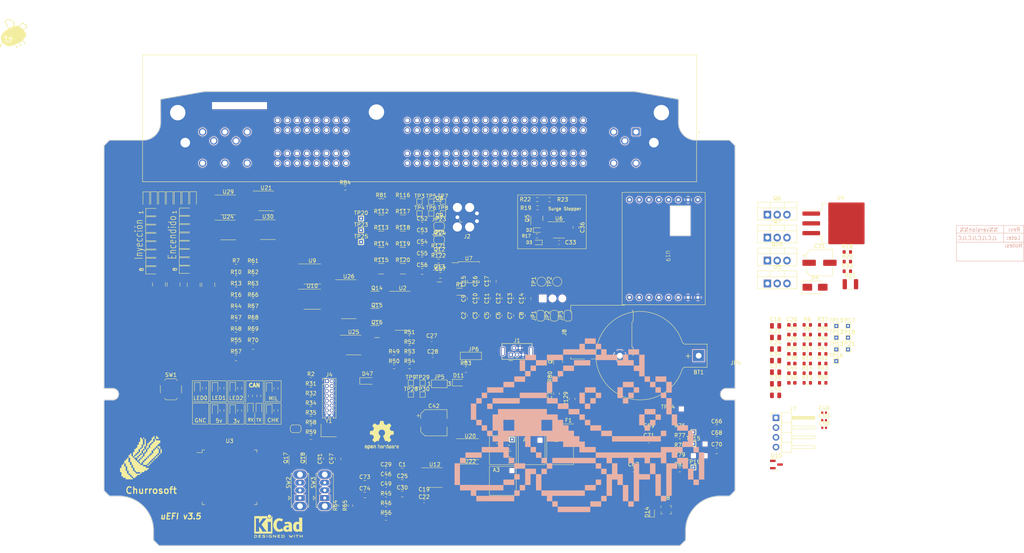
<source format=kicad_pcb>
(kicad_pcb (version 20221018) (generator pcbnew)
  (title_block (title "uEFI") (date "2022-01-10") (rev "v3.0") (company "Churrosoft") (comment 1 "MIT Licence"))
  (layers (0 "F.Cu" signal) (1 "In1.Cu" power) (2 "In2.Cu" signal) (31 "B.Cu" signal) (34 "B.Paste" user) (35 "F.Paste" user) (36 "B.SilkS" user "B.Silkscreen") (37 "F.SilkS" user "F.Silkscreen") (38 "B.Mask" user) (39 "F.Mask" user) (44 "Edge.Cuts" user))
  (net 0 "")
  (net 1 "GND")
  (net 2 "/INY3")
  (net 3 "/INY4")
  (net 4 "/INY2")
  (net 5 "/INY1")
  (net 6 "OSC_IN")
  (net 7 "OSC_OUT")
  (net 8 "+3V3")
  (net 9 "Net-(U3-VCAP_1)")
  (net 10 "Net-(U3-VCAP_2)")
  (net 11 "/NRST")
  (net 12 "/USB_D+")
  (net 13 "/USB_D-")
  (net 14 "/SYS_SWO")
  (net 15 "/SYS_SWCLK")
  (net 16 "/SYS_SWDIO")
  (net 17 "Net-(U6-GATE)")
  (net 18 "Net-(U6-TMR)")
  (net 19 "/MTR_STEP")
  (net 20 "/MTR_DIR")
  (net 21 "/MTR_FAULT")
  (net 22 "/ECN2")
  (net 23 "/ECN3")
  (net 24 "/ECN4")
  (net 25 "/MTR_ENABLE")
  (net 26 "/RPM_OUT")
  (net 27 "/AUX_CS_1")
  (net 28 "/AUX_CS_2")
  (net 29 "/AUX_OUT_4")
  (net 30 "/CAN1_RX")
  (net 31 "/CAN1_TX")
  (net 32 "/AUX_IN_1")
  (net 33 "/AUX_IN_2")
  (net 34 "/AUX_IN_3")
  (net 35 "/AUX_IN_4")
  (net 36 "/LED_CAN_RX")
  (net 37 "/LED_CAN_TX")
  (net 38 "/VBUS")
  (net 39 "/R_LMB")
  (net 40 "Net-(C25-Pad1)")
  (net 41 "/ECN1")
  (net 42 "/MEMORY_CS")
  (net 43 "Net-(D1-K)")
  (net 44 "Net-(D2-K)")
  (net 45 "Net-(D3-K)")
  (net 46 "/MIL_OUT")
  (net 47 "/CHK_OUT")
  (net 48 "/PMIC_ENABLE")
  (net 49 "/PMIC_MAXI")
  (net 50 "/PMIC_NOMI")
  (net 51 "/PMIC_SPARK")
  (net 52 "/SPI2_MISO")
  (net 53 "/SPI2_SCK")
  (net 54 "/PMIC_CS")
  (net 55 "Net-(D4-A1)")
  (net 56 "/SPI2_MOSI")
  (net 57 "/GNC_GLP")
  (net 58 "Net-(D5-K)")
  (net 59 "/Sensores/CH7")
  (net 60 "/Sensores/CH0")
  (net 61 "CMP-")
  (net 62 "CMP+")
  (net 63 "CKP+")
  (net 64 "H3")
  (net 65 "G3")
  (net 66 "F3")
  (net 67 "+12VA")
  (net 68 "+12V")
  (net 69 "/AUX_OUT_1")
  (net 70 "/AUX_OUT_2")
  (net 71 "Net-(D6-K)")
  (net 72 "Net-(JP7-B)")
  (net 73 "/AUX_OUT_3")
  (net 74 "Net-(D7-K)")
  (net 75 "Net-(D8-K)")
  (net 76 "Net-(D9-K)")
  (net 77 "Net-(D10-K)")
  (net 78 "Net-(D12-K)")
  (net 79 "Net-(D13-K)")
  (net 80 "/Sensores/CH1")
  (net 81 "Net-(JP1-B)")
  (net 82 "Net-(JP2-B)")
  (net 83 "Net-(JP3-B)")
  (net 84 "Net-(JP23-B)")
  (net 85 "+5VA")
  (net 86 "Net-(JP24-B)")
  (net 87 "Net-(Q5-C)")
  (net 88 "Net-(R113-Pad1)")
  (net 89 "Net-(R112-Pad2)")
  (net 90 "Net-(R116-Pad2)")
  (net 91 "Net-(R117-Pad2)")
  (net 92 "/CKP")
  (net 93 "/CMP")
  (net 94 "/CKP/CMP_sensors/IN1+")
  (net 95 "/CKP/CMP_sensors/IN1-")
  (net 96 "/CKP/CMP_sensors/IN2-")
  (net 97 "/CKP/CMP_sensors/IN2+")
  (net 98 "/R_ECN_INY")
  (net 99 "/R_GNC_GLP")
  (net 100 "/R_AAC")
  (net 101 "/TIM9_CH1")
  (net 102 "/TIM9_CH2")
  (net 103 "Net-(Q6-G)")
  (net 104 "Net-(Q7-G)")
  (net 105 "Net-(Q7-S)")
  (net 106 "Net-(Q8-B)")
  (net 107 "Net-(Q9-B)")
  (net 108 "Net-(Q10-G)")
  (net 109 "/LED0")
  (net 110 "/LED1")
  (net 111 "/LED2")
  (net 112 "Net-(Q11-B)")
  (net 113 "Net-(Q11-C)")
  (net 114 "/MIL")
  (net 115 "/CHK")
  (net 116 "CKP-")
  (net 117 "Net-(Q13-G)")
  (net 118 "Net-(U3-BOOT0)")
  (net 119 "Net-(U6-FB)")
  (net 120 "CAN+")
  (net 121 "K1")
  (net 122 "CAN-")
  (net 123 "Net-(U9B-+)")
  (net 124 "/Sensores/AUX_CH1")
  (net 125 "5V_ENABLE")
  (net 126 "D4")
  (net 127 "H1")
  (net 128 "E1")
  (net 129 "/Sensores/AUX_CH2")
  (net 130 "/Sensores/AUX_CH3")
  (net 131 "B1")
  (net 132 "A1")
  (net 133 "E3")
  (net 134 "D3")
  (net 135 "C4")
  (net 136 "B4")
  (net 137 "Net-(U3-PB2)")
  (net 140 "Net-(U9C-+)")
  (net 141 "/Sensores/AUX_CH4")
  (net 142 "Net-(U9A-+)")
  (net 146 "/Sensores/CH2")
  (net 147 "/Sensores/CH3")
  (net 148 "/Sensores/CH4")
  (net 149 "/Sensores/CH5")
  (net 150 "/Sensores/CH6")
  (net 152 "/ADC_CS")
  (net 155 "/PA4")
  (net 156 "/PA5")
  (net 157 "/PA6")
  (net 158 "/Sensores/CH_VBATT")
  (net 159 "+5C")
  (net 160 "/Sensores/B")
  (net 162 "/ACC_DET")
  (net 163 "/CKP/CMP_sensors/CKP_VR")
  (net 164 "/Sensores/C")
  (net 165 "/Sensores/A")
  (net 167 "/Sensores/mux_out")
  (net 168 "/MUX_B")
  (net 169 "/MUX_C")
  (net 170 "/MUX_A")
  (net 171 "/MUX_OUT")
  (net 175 "Net-(U10A-+)")
  (net 177 "Net-(JP5-A)")
  (net 178 "Net-(BT1-+)")
  (net 179 "Net-(SW2-A)")
  (net 301 "Net-(C41-Pad2)")
  (net 302 "/Sensores/AUX_CH5")
  (net 303 "Net-(U10D-+)")
  (net 304 "Net-(C47-Pad2)")
  (net 305 "/Sensores/AUX_CH6")
  (net 306 "Net-(U9D-+)")
  (net 307 "VDDA")
  (net 308 "Net-(U10B-+)")
  (net 309 "/Sensores/AUX_CH7")
  (net 310 "Net-(U10C-+)")
  (net 312 "/Sensores/CH_MAP")
  (net 313 "MCU-D23")
  (net 314 "IGN_V+")
  (net 315 "Net-(D43-K)")
  (net 316 "Net-(D43-A)")
  (net 317 "INJ1")
  (net 318 "INJ2")
  (net 319 "INJ3")
  (net 320 "INJ4")
  (net 321 "Net-(D63-K)")
  (net 322 "Net-(D63-A)")
  (net 323 "Net-(D65-K)")
  (net 324 "Net-(D65-A)")
  (net 325 "Net-(D67-K)")
  (net 326 "Net-(D67-A)")
  (net 327 "Net-(D69-K)")
  (net 328 "Net-(D69-A)")
  (net 329 "Net-(D71-K)")
  (net 330 "Net-(D71-A)")
  (net 331 "Net-(D73-K)")
  (net 332 "Net-(D73-A)")
  (net 333 "Net-(D75-K)")
  (net 334 "Net-(D75-A)")
  (net 345 "SPARE1-Digital")
  (net 346 "Net-(Q17-D)")
  (net 347 "Net-(Q18-D)")
  (net 348 "/Sensores/CH_O2")
  (net 349 "/Sensores/AUX_CH8")
  (net 350 "/Sensores/CH_IAT")
  (net 351 "/Sensores/CH_CLT")
  (net 352 "/Sensores/CH_TPS")
  (net 353 "IGN1")
  (net 354 "IGN2")
  (net 355 "IGN5")
  (net 356 "IGN6")
  (net 357 "IGN3")
  (net 358 "IGN4")
  (net 359 "IGN7")
  (net 360 "IGN8")
  (net 361 "/PMIC/PMIC1_ENABLE")
  (net 362 "/PA0")
  (net 363 "/PA1")
  (net 364 "/PA2")
  (net 365 "/PA3")
  (net 366 "/Sensores/BARO_CS")
  (net 367 "/Sensores/SPI2_MOSI")
  (net 368 "/Sensores/SPI2_SCK")
  (net 369 "/Sensores/SPI2_MISO")
  (net 370 "Net-(U9A--)")
  (net 371 "Net-(U9B--)")
  (net 372 "Net-(U9C--)")
  (net 373 "Net-(U9D--)")
  (net 374 "Net-(U10A--)")
  (net 375 "Net-(U10B--)")
  (net 376 "Net-(U10C--)")
  (net 377 "Net-(U10D--)")
  (net 378 "/CAN_TX")
  (net 379 "/CAN_RX")
  (net 383 "/PMIC/GD0")
  (net 384 "Net-(D77-A)")
  (net 385 "/PMIC/GD1")
  (net 386 "Net-(D78-A)")
  (net 389 "/PMIC/GD2")
  (net 390 "Net-(D79-A)")
  (net 391 "/PMIC/GD3")
  (net 392 "Net-(D80-A)")
  (net 394 "Net-(D81-A)")
  (net 395 "Net-(D82-A)")
  (net 396 "Net-(D83-A)")
  (net 397 "Net-(D84-A)")
  (net 398 "/Sensores/CAN_RX")
  (net 399 "/Sensores/CAN_TX")
  (net 400 "/Sensores/LSU_Heater+")
  (net 401 "/Sensores/Boot0")
  (net 402 "/Sensores/LSU_Heater-")
  (net 403 "/Sensores/LSU_Ip")
  (net 404 "/Sensores/LSU_Vm")
  (net 405 "/Sensores/LSU_Rtrim")
  (net 406 "/Sensores/LSU_Un")
  (net 410 "INJ5")
  (net 411 "INJ6")
  (net 412 "INJ7")
  (net 413 "INJ8")
  (net 414 "Net-(JP6-A)")
  (footprint "Symbol:OSHW-Logo2_9.8x8mm_SilkScreen" (layer "F.Cu") (at 189.4332 133.858)
    (fp_text reference "LOGO1" hide)
    (fp_text value "Logo_Open_Hardware_Large" hide)
  )
  (footprint "Capacitor_SMD:C_0603_1608Metric" (layer "F.Cu") (at 190.527 145.40075)
    (fp_text reference "C46")
    (fp_text value "0.22uF")
  )
  (footprint "Capacitor_SMD:CP_Elec_6.3x7.7" (layer "F.Cu") (at 202.9704 130.6146)
    (fp_text reference "C42")
    (fp_text value "100uF ±20% 35V")
  )
  (footprint "Resistor_SMD:R_1210_3225Metric" (layer "F.Cu") (at 189.2846 73.7412)
    (fp_text reference "R81")
    (fp_text value "4.99K 1/2W")
  )
  (footprint "Resistor_SMD:R_0805_2012Metric" (layer "F.Cu") (at 155.9575 101.95)
    (fp_text reference "R67")
    (fp_text value "180k")
  )
  (footprint "Package_SO:SOIC-8_3.9x4.9mm_P1.27mm" (layer "F.Cu") (at 149.5186 73.9902)
    (fp_text reference "U29")
    (fp_text value "TC4424A")
  )
  (footprint "Resistor_SMD:R_0805_2012Metric" (layer "F.Cu") (at 155.9575 90.15)
    (fp_text reference "R61")
    (fp_text value "348k")
  )
  (footprint "Resistor_SMD:R_0603_1608Metric" (layer "F.Cu") (at 310.4208 88.7308)
    (fp_text reference "R20")
    (fp_text value "10R 1/10W")
  )
  (footprint "Resistor_SMD:R_0603_1608Metric" (layer "F.Cu") (at 179.9123 69.6176)
    (fp_text reference "R84")
    (fp_text value "470R")
  )
  (footprint "Resistor_SMD:R_0603_1608Metric" (layer "F.Cu") (at 190.527 155.44075)
    (fp_text reference "R56")
    (fp_text value "470R")
  )
  (footprint "Diode_SMD:D_SOD-523" (layer "F.Cu") (at 229.9828 80.5457)
    (fp_text reference "D2")
    (fp_text value "1N4148")
  )
  (footprint "Diode_SMD:D_SOD-323_HandSoldering" (layer "F.Cu") (at 140.3967 72.5678 -90)
    (fp_text reference "D64" hide)
    (fp_text value "D")
  )
  (footprint "LED_SMD:LED_0805_2012Metric" (layer "F.Cu") (at 129.7287 78.0288)
    (fp_text reference "D63" hide)
    (fp_text value "LED")
  )
  (footprint "Connector_PinHeader_1.27mm:PinHeader_2x08_P1.27mm_Vertical" (layer "F.Cu") (at 175.135 119.8)
    (fp_text reference "J4")
    (fp_text value "Conn_02x08_Odd_Even")
  )
  (footprint "Resistor_SMD:R_0603_1608Metric" (layer "F.Cu") (at 147.88 127.435 90)
    (fp_text reference "R4" hide)
    (fp_text value "4.7k")
  )
  (footprint "LED_SMD:LED_0805_2012Metric" (layer "F.Cu") (at 129.7587 88.8238)
    (fp_text reference "D73" hide)
    (fp_text value "LED")
  )
  (footprint "Capacitor_SMD:C_0402_1005Metric" (layer "F.Cu") (at 202.41 109.1692)
    (fp_text reference "C27")
    (fp_text value "47p")
  )
  (footprint "Diode_SMD:D_SMA" (layer "F.Cu") (at 302.0358 95.3908)
    (fp_text reference "D4")
    (fp_text value "SMAJ58CA")
  )
  (footprint "Package_TO_SOT_SMD:SOT-23" (layer "F.Cu") (at 188.1746 98.0172)
    (fp_text reference "Q14")
    (fp_text value "AO3400A")
  )
  (footprint "Resistor_SMD:R_0603_1608Metric" (layer "F.Cu") (at 171.005 131.93)
    (fp_text reference "R58")
    (fp_text value "10k")
  )
  (footprint "Resistor_SMD:R_0603_1608Metric" (layer "F.Cu") (at 192.6246 116.0272)
    (fp_text reference "R50")
    (fp_text value "10k")
  )
  (footprint "Diode_SMD:D_SOD-323_HandSoldering" (layer "F.Cu") (at 130.2367 72.5932 -90)
    (fp_text reference "D74" hide)
    (fp_text value "D")
  )
  (footprint "Resistor_SMD:R_0603_1608Metric" (layer "F.Cu") (at 152.48 121.66 90)
    (fp_text reference "R27" hide)
    (fp_text value "4.7k")
  )
  (footprint "Resistor_SMD:R_0603_1608Metric" (layer "F.Cu") (at 300.0158 105.1836)
    (fp_text reference "R6")
    (fp_text value "2.49k +-1%")
  )
  (footprint "Package_TO_SOT_SMD:TO-263-3_TabPin2" (layer "F.Cu") (at 308.6908 78.7908)
    (fp_text reference "U4")
    (fp_text value "MIC2940A-3.3WU")
  )
  (footprint "Resistor_SMD:R_0603_1608Metric" (layer "F.Cu") (at 196.6346 111.0072)
    (fp_text reference "R52")
    (fp_text value "10k")
  )
  (footprint "Package_TO_SOT_SMD:SOT-23" (layer "F.Cu") (at 229.7328 77.4977 90)
    (fp_text reference "Q5")
    (fp_text value "SS8050")
  )
  (footprint "LED_SMD:LED_0805_2012Metric" (layer "F.Cu") (at 138.46 84.3788)
    (fp_text reference "D81" hide)
    (fp_text value "LED")
  )
  (footprint "Resistor_SMD:R_0805_2012Metric" (layer "F.Cu") (at 151.5475 104.9)
    (fp_text reference "R47")
    (fp_text value "180k")
  )
  (footprint "Package_TO_SOT_THT:TO-220-3_Vertical" (layer "F.Cu") (at 289.6508 82.5008)
    (fp_text reference "Q7")
    (fp_text value "IRLZ44N")
  )
  (footprint "Resistor_SMD:R_0805_2012Metric" (layer "F.Cu") (at 151.5475 101.95)
    (fp_text reference "R44")
    (fp_text value "348k")
  )
  (footprint "TestPoint:TestPoint_Pad_1.0x1.0mm" (layer "F.Cu") (at 202.2746 73.1612)
    (fp_text reference "TP5")
    (fp_text value "TestPoint")
  )
  (footprint "Capacitor_SMD:C_0805_2012Metric" (layer "F.Cu") (at 215.392 93.848 90)
    (fp_text reference "C16")
    (fp_text value "4.7uF")
  )
  (footprint "Symbol:KiCad-Logo2_5mm_SilkScreen" (layer "F.Cu") (at 162.56 157.48)
    (fp_text reference "SYM1" hide)
    (fp_text value "SYM_Hot_Small" hide)
  )
  (footprint "Resistor_SMD:R_0603_1608Metric" (layer "F.Cu") (at 155.28 123.635 90)
    (fp_text reference "R24" hide)
    (fp_text value "4.7k")
  )
  (footprint "Package_TO_SOT_THT:TO-220-3_Vertical" (layer "F.Cu") (at 289.6508 76.5408)
    (fp_text reference "Q6")
    (fp_text value "IRLZ44N")
  )
  (footprint "Capacitor_SMD:C_0805_2012Metric" (layer "F.Cu") (at 199.9246 79.2412)
    (fp_text reference "C52")
    (fp_text value "0.01uF")
  )
  (footprint "TestPoint:TestPoint_Pad_1.0x1.0mm" (layer "F.Cu") (at 196.9854 120.2446)
    (fp_text reference "TP9")
    (fp_text value "TestPoint")
  )
  (footprint "Resistor_SMD:R_0603_1608Metric" (layer "F.Cu") (at 171.005 134.44)
    (fp_text reference "R59")
    (fp_text value "10k")
  )
  (footprint "Resistor_SMD:R_0805_2012Metric" (layer "F.Cu") (at 238.9124 124.4073 90)
    (fp_text reference "R129")
    (fp_text value "10k")
  )
  (footprint "Resistor_SMD:R_0603_1608Metric" (layer "F.Cu") (at 196.6346 113.5172)
    (fp_text reference "R53")
    (fp_text value "10k")
  )
  (footprint "Capacitor_SMD:C_0603_1608Metric" (layer "F.Cu") (at 296.0058 107.6936)
    (fp_text reference "C23")
    (fp_text value "0.22uF")
  )
  (footprint "Capacitor_SMD:C_0603_1608Metric" (layer "F.Cu") (at 235.4828 83.7477)
    (fp_text reference "C33")
    (fp_text value "47nF")
  )
  (footprint "LED_SMD:LED_0603_1608Metric" (layer "F.Cu") (at 155.28 127.035 -90)
    (fp_text reference "D7" hide)
    (fp_text value "LED")
  )
  (footprint "Jumper:SolderJumper-2_P1.3mm_Open_RoundedPad1.0x1.5mm" (layer "F.Cu") (at 230.712 102.798 90)
    (fp_text reference "JP1")
    (fp_text value "SolderJumper_2_Open")
  )
  (footprint "TestPoint:TestPoint_THTPad_1.0x1.0mm_Drill0.5mm" (layer "F.Cu") (at 184.0423 77.5376)
    (fp_text reference "TP20")
    (fp_text value "TestPoint_Alt")
  )
  (footprint "LED_SMD:LED_0603_1608Metric" (layer "F.Cu") (at 150.68 127.435 -90)
    (fp_text reference "D1" hide)
    (fp_text value "LED")
  )
  (footprint "Connector_PinHeader_2.54mm:PinHeader_1x04_P2.54mm_Horizontal" (layer "F.Cu") (at 291.8758 129.3236)
    (fp_text reference "J7")
    (fp_text value "Conn_01x04")
  )
  (footprint "Resistor_SMD:R_1210_3225Metric" (layer "F.Cu") (at 189.2846 82.1612)
    (fp_text reference "R113")
    (fp_text value "4.99K 1/2W")
  )
  (footprint "OpenEFI-STM32F_rev3:churro_new_v4" (layer "F.Cu") (at 127 139.7)
    (fp_text reference "Churrosoft")
    (fp_text value "SYM_Hot_Large" hide)
  )
  (footprint "Resistor_SMD:R_Array_Convex_4x0603" (layer "F.Cu") (at 131.5067 94.6768 -90)
    (fp_text reference "RN2" hide)
    (fp_text value "1k")
  )
  (footprint "Resistor_SMD:R_0603_1608Metric" (layer "F.Cu") (at 143.28 121.635 90)
    (fp_text reference "R25" hide)
    (fp_text value "4.7k")
  )
  (footprint "TestPoint:TestPoint_Pad_1.0x1.0mm" (layer "F.Cu") (at 205.3246 73.1612)
    (fp_text reference "TP7")
    (fp_text value "TestPoint")
  )
  (footprint "Resistor_SMD:R_0805_2012Metric" (layer "F.Cu") (at 155.9575 110.8)
    (fp_text reference "R70")
    (fp_text value "348k")
  )
  (footprint "Resistor_SMD:R_0603_1608Metric" (layer "F.Cu") (at 192.6246 113.5172)
    (fp_text reference "R49")
    (fp_text value "10k")
  )
  (footprint "LED_SMD:LED_0805_2012Metric" (layer "F.Cu") (at 138.46 88.6968)
    (fp_text reference "D83" hide)
    (fp_text value "LED")
  )
  (footprint "Resistor_SMD:R_0805_2012Metric" (layer "F.Cu") (at 155.9575 99)
    (fp_text reference "R66")
    (fp_text value "348k")
  )
  (footprint "Capacitor_SMD:C_0402_1005Metric" (layer "F.Cu") (at 200.417 151.04075)
    (fp_text reference "C22")
    (fp_text value "47p")
  )
  (footprint "TestPoint:TestPoint_THTPad_1.0x1.0mm_Drill0.5mm" (layer "F.Cu") (at 310.6058 111.5536)
    (fp_text reference "TP21")
    (fp_text value "TestPoint_Alt")
  )
  (footprint "Resistor_SMD:R_Array_Convex_4x0603" (layer "F.Cu") (at 144.329 94.753 -90)
    (fp_text reference "RN3" hide)
    (fp_text value "1k")
  )
  (footprint "Resistor_SMD:R_0603_1608Metric" (layer "F.Cu") (at 178.785 152.14 90)
    (fp_text reference "R64")
    (fp_text value "1k")
  )
  (footprint "TestPoint:TestPoint_Pad_1.0x1.0mm" (layer "F.Cu") (at 200.0354 123.2946)
    (fp_text reference "TP30")
    (fp_text value "TestPoint")
  )
  (footprint "Package_TO_SOT_SMD:SOT-23" (layer "F.Cu") (at 204.3994 79.1016)
    (fp_text reference "Q9")
    (fp_text value "SS8050")
  )
  (footprint "Resistor_SMD:R_0603_1608Metric" (layer "F.Cu") (at 304.0258 112.7136)
    (fp_text reference "R41")
    (fp_text value "2.49k +-1%")
  )
  (footprint "Diode_SMD:D_SOD-323_HandSoldering" (layer "F.Cu") (at 132.2687 72.5932 -90)
    (fp_text reference "D72" hide)
    (fp_text value "D")
  )
  (footprint "Library:TE_1241434-1" (layer "F.Cu") (at 199.2408 50.0144 180)
    (fp_text reference "J6" hide)
    (fp_text value "1241434-1")
  )
  (footprint "Connector_USB:USB_Mini-B_Tensility_54-00023_Vertical" (layer "F.Cu") (at 222.9616 112.9284)
    (fp_text reference "J1")
    (fp_text value "USB_B")
  )
  (footprint "Capacitor_SMD:C_0805_2012Metric" (layer "F.Cu") (at 178.055 139.97 90)
    (fp_text reference "C47")
    (fp_text value "4700pF")
  )
  (footprint "Package_TO_SOT_SMD:SOT-23" (layer "F.Cu") (at 166.865 139.75 90)
    (fp_text reference "Q17")
    (fp_text value "AO3400A")
  )
  (footprint "Button_Switch_THT:SW_Slide_1P2T_CK_OS102011MS2Q" (layer "F.Cu") (at 168.16 150.17 90)
    (fp_text reference "SW2")
    (fp_text value "SW_SPDT")
  )
  (footprint "LED_SMD:LED_0603_1608Metric" (layer "F.Cu") (at 157.48 127.035 -90)
    (fp_text reference "D6" hide)
    (fp_text value "LED")
  )
  (footprint "LED_SMD:LED_0603_1608Metric" (layer "F.Cu") (at 150.68 121.6225 -90)
    (fp_text reference "D10" hide)
    (fp_text value "LED")
  )
  (footprint "Resistor_SMD:R_0603_1608Metric" (layer "F.Cu") (at 171.005 121.89)
    (fp_text reference "R31")
    (fp_text value "1k")
  )
  (footprint "LOGO" (layer "F.Cu") (at 93.7 29.45925)
    (fp_text reference "G***" hide)
    (fp_text value "LOGO" hide)
  )
  (footprint "Resistor_SMD:R_0603_1608Metric" (layer "F.Cu") (at 190.527 152.93075)
    (fp_text reference "R46")
    (fp_text value "2.49k +-1%")
  )
  (footprint "Package_SO:MSOP-12_3x4mm_P0.65mm" (layer "F.Cu") (at 235.4828 80.4977)
    (fp_text reference "U6")
    (fp_text value "LT4363IMS")
  )
  (footprint "LED_SMD:LED_0805_2012Metric" (layer "F.Cu") (at 129.7587 82.3468)
    (fp_text reference "D67" hide)
    (fp_text value "LED")
  )
  (footprint "TestPoint:TestPoint_Pad_D2.0mm" (layer "F.Cu") (at 230.962 93.948 90)
    (fp_text reference "TP1")
    (fp_text value "BOOT0")
  )
  (footprint "Resistor_SMD:R_0603_1608Metric" (layer "F.Cu") (at 304.0258 107.6936)
    (fp_text reference "R39")
    (fp_text value "2.49k +-1%")
  )
  (footprint "Resistor_SMD:R_0603_1608Metric" (layer "F.Cu") (at 304.0258 117.7336)
    (fp_text reference "R43")
    (fp_text value "2.49k +-1%")
  )
  (footprint "Package_LGA:Bosch_LGA-8_2x2.5mm_P0.65mm_ClockwisePinNumbering" (layer "F.Cu") (at 263.3374 153.2256)
    (fp_text reference "U8")
    (fp_text value "BMP280")
  )
  (footprint "Resistor_SMD:R_0603_1608Metric" (layer "F.Cu") (at 196.6346 108.4972)
    (fp_text reference "R51")
    (fp_text value "10k")
  )
  (footprint "Resistor_SMD:R_0805_2012Metric" (layer "F.Cu") (at 155.9575 93.1)
    (fp_text reference "R62")
    (fp_text value "180k")
  )
  (footprint "Package_TO_SOT_SMD:SOT-23" (layer "F.Cu") (at 204.3994 92.4516)
    (fp_text reference "Q13")
    (fp_text value "AO3400A")
  )
  (footprint "Capacitor_SMD:C_0603_1608Metric" (layer "F.Cu") (at 190.527 147.91075)
    (fp_text reference "C49")
    (fp_text value "0.22uF")
  )
  (footprint "Capacitor_SMD:C_0603_1608Metric" (layer "F.Cu") (at 296.0058 105.1836)
    (fp_text reference "C20")
    (fp_text value "0.22uF")
  )
  (footprint "Capacitor_SMD:C_0805_2012Metric" (layer "F.Cu") (at 276.4688 131.902)
    (fp_text reference "C66")
    (fp_text value "100nF")
  )
  (footprint "Capacitor_SMD:C_0603_1608Metric" (layer "F.Cu") (at 296.0058 112.7136)
    (fp_text reference "C35")
    (fp_text value "0.22uF")
  )
  (footprint "Capacitor_SMD:C_0603_1608Metric" (layer "F.Cu") (at 258.8584 135.33)
    (fp_text reference "C71")
    (fp_text value "0.22uF")
  )
  (footprint "Resistor_SMD:R_0603_1608Metric" (layer "F.Cu") (at 147.88 121.61 90)
    (fp_text reference "R26" hide)
    (fp_text value "4.7k")
  )
  (footprint "Package_SO:SOIC-8_3.9x4.9mm_P1.27mm" (layer "F.Cu") (at 159.388 72.9488)
    (fp_text reference "U21")
    (fp_text value "TC4424A")
  )
  (footprint "LED_SMD:LED_0603_1608Metric" (layer "F.Cu") (at 160.18 121.685 -90)
    (fp_text reference "D12" hide)
    (fp_text value "LED")
  )
  (footprint "Resistor_SMD:R_0603_1608Metric" (layer "F.Cu") (at 171.005 124.4)
    (fp_text reference "R32")
    (fp_text value "1k")
  )
  (footprint "Package_TO_SOT_THT:TO-220-3_Vertical" (layer "F.Cu") (at 289.6508 94.4208)
    (fp_text reference "U5")
    (fp_text value "MIC2940A-5.0WT")
  )
  (footprint "Resistor_SMD:R_0603_1608Metric" (layer "F.Cu") (at 310.4208 91.2408)
    (fp_text reference "R33")
    (fp_text value "10R 1/10W")
  )
  (footprint "Resistor_SMD:R_0805_2012Metric" (layer "F.Cu") (at 151.5475 107.85)
    (fp_text reference "R48")
    (fp_text value "348k")
  )
  (footprint "LED_SMD:LED_0603_1608Metric" (layer "F.Cu") (at 141.48 121.635 -90)
    (fp_text reference "D8" hide)
    (fp_text value "LED")
  )
  (footprint "Resistor_SMD:R_0603_1608Metric" (layer "F.Cu") (at 304.0258 105.1836)
    (fp_text reference "R37")
    (fp_text value "470R")
  )
  (footprint "Resistor_SMD:R_0805_2012Metric" (layer "F.Cu") (at 151.5475 96.05)
    (fp_text reference "R13")
    (fp_text value "180k")
  )
  (footprint "Resistor_SMD:R_0603_1608Metric" (layer "F.Cu") (at 181.295 152.14 90)
    (fp_text reference "R65")
    (fp_text value "1k")
  )
  (footprint "Resistor_SMD:R_0603_1608Metric" (layer "F.Cu") (at 310.4208 86.2208)
    (fp_text reference "R18")
    (fp_text value "10R 1/10W")
  )
  (footprint "Package_TO_SOT_SMD:SOT-363_SC-70-6" (layer "F.Cu") (at 235.2444 114.2848 90)
    (fp_text reference "Q1")
    (fp_text value "Q_DUAL_NMOS_S1G1D2S2G2D1")
  )
  (footprint "Capacitor_SMD:C_0805_2012Metric" (layer "F.Cu") (at 185.01 149.38)
    (fp_text reference "C74")
    (fp_text value "0.1uF")
  )
  (footprint "Capacitor_SMD:C_0805_2012Metric" (layer "F.Cu") (at 291.7758 114.4636)
    (fp_text reference "C34")
    (fp_text value "100nF")
  )
  (footprint "Package_SO:TSSOP-14_4.4x5mm_P0.65mm" (layer "F.Cu") (at 171.3575 91.95)
    (fp_text reference "U9")
    (fp_text value "LMV324")
  )
  (footprint "Resistor_SMD:R_0603_1608Metric" (layer "F.Cu") (at 300.0158 112.7136)
    (fp_text reference "R11")
    (fp_text value "470R")
  )
  (footprint "Capacitor_SMD:C_0402_1005Metric" (layer "F.Cu") (at 304.3858 127.9836)
    (fp_text reference "C40")
    (fp_text value "1u")
  )
  (footprint "TestPoint:TestPoint_THTPad_1.0x1.0mm_Drill0.5mm" (layer "F.Cu") (at 310.6058 105.4536)
    (fp_text reference "TP17")
    (fp_text value "TestPoint_Alt")
  )
  (footprint "Jumper:SolderJumper-3_P1.3mm_Bridged2Bar12_Pad1.0x1.5mm_NumberLabels" (layer "F.Cu") (at 204.3854 120.4946)
    (fp_text reference "JP5")
    (fp_text value "~")
  )
  (footprint "Resistor_SMD:R_Array_Convex_4x0603" (layer "F.Cu") (at 135.3167 94.6768 -90)
    (fp_text reference "RN1" hide)
    (fp_text value "1k")
  )
  (footprint "Capacitor_SMD:C_0805_2012Metric" (layer "F.Cu") (at 291.7758 105.4336)
    (fp_text reference "C18")
    (fp_text value "100nF")
  )
  (footprint "Package_TO_SOT_THT:TO-220-3_Vertical" (layer "F.Cu") (at 289.6508 88.4608)
    (fp_text reference "Q10")
    (fp_text value "IRF540N")
  )
  (footprint "Capacitor_SMD:C_0805_2012Metric" (layer "F.Cu") (at 276.4688 134.912)
    (fp_text reference "C68")
    (fp_text value "100nF")
  )
  (footprint "Jumper:SolderJumper-2_P1.3mm_Open_RoundedPad1.0x1.5mm" (layer "F.Cu") (at 204.3246 79.5112)
    (fp_text reference "JP23")
    (fp_text value "SolderJumper_2_Open")
  )
  (footprint "TestPoint:TestPoint_THTPad_1.0x1.0mm_Drill0.5mm" (layer "F.Cu") (at 307.5558 114.6036)
    (fp_text reference "TP16")
    (fp_text value "TestPoint_Alt")
  )
  (footprint "Capacitor_SMD:C_0805_2012Metric" (layer "F.Cu") (at 276.4688 137.922)
    (fp_text reference "C70")
    (fp_text value "100nF")
  )
  (footprint "TestPoint:TestPoint_THTPad_1.0x1.0mm_Drill0.5mm" (layer "F.Cu") (at 307.5558 108.5036)
    (fp_text reference "TP12")
    (fp_text value "TestPoint_Alt")
  )
  (footprint "Battery:BatteryHolder_Keystone_103_1x20mm" (layer "F.Cu") (at 271.78 113.1824 180)
    (fp_text reference "BT1")
    (fp_text value "Battery_Cell")
  )
  (footprint "LED_SMD:LED_0805_2012Metric" (layer "F.Cu") (at 138.4831 77.9018)
    (fp_text reference "D78" hide)
    (fp_text value "LED")
  )
  (footprint "TestPoint:TestPoint_THTPad_1.0x1.0mm_Drill0.5mm" (layer "F.Cu") (at 307.5558 105.4536)
    (fp_text reference "TP11")
    (fp_text value "TestPoint_Alt")
  )
  (footprint "Resistor_SMD:R_1206_3216Metric" (layer "F.Cu") (at 209.6494 96.5516)
    (fp_text reference "R1")
    (fp_text value "120R")
  )
  (footprint "TestPoint:TestPoint_Pad_1.0x1.0mm" (layer "F.Cu") (at 205.3246 76.2112)
    (fp_text reference "TP8")
    (fp_text value "TestPoint")
  )
  (footprint "Crystal:Crystal_SMD_3225-4Pin_3.2x2.5mm" (layer "F.Cu") (at 175.635 132.6)
    (fp_text reference "Y1")
    (fp_text value "25MHz")
  )
  (footprint "Capacitor_SMD:C_0805_2012Metric" (layer "F.Cu") (at 199.9246 91.2812)
    (fp_text reference "C56")
    (fp_text value "0.01uF")
  )
  (footprint "Resistor_SMD:R_0805_2012Metric" (layer "F.Cu") (at 155.9575 104.9)
    (fp_text reference "R68")
    (fp_text value "180k")
  )
  (footprint "Package_QFP:LQFP-100_14x14mm_P0.5mm" (layer "F.Cu") (at 149.86 144.78)
    (fp_text reference "U3")
    (fp_text value "STM32F407VGTx")
  )
  (footprint "Capacitor_SMD:C_0805_2012Metric" (layer "F.Cu") (at 215.392 102.748 90)
    (fp_text reference "C3")
    (fp_text value "15pF")
  )
  (footprint "TestPoint:TestPoint_Pad_D2.0mm" (layer "F.Cu") (at 235.012 93.948 90)
    (fp_text reference "TP2")
    (fp_text value "BOOT1")
  )
  (footprint "Resistor_SMD:R_1210_3225Metric" (layer "F.Cu") (at 189.2846 90.5812)
    (fp_text reference "R115")
    (fp_text value "4.99K 1/2W")
  )
  (footprint "TestPoint:TestPoint_THTPad_1.0x1.0mm_Drill0.5mm" (layer "F.Cu") (at 270.4084 142.24)
    (fp_text reference "TP19")
    (fp_text value "TestPoint_Alt")
  )
  (footprint "Capacitor_SMD:C_0402_1005Metric" (layer "F.Cu") (at 202.6412 113.284)
    (fp_text reference "C28")
    (fp_text value "47p")
  )
  (footprint "LED_SMD:LED_0805_2012Metric" (layer "F.Cu") (at 129.7587 90.9828)
    (fp_text reference "D75" hide)
    (fp_text value "LED")
  )
  (footprint "Library:rusEFI_WBO" (layer "F.Cu") (at 263.3218 87.249 -90)
    (fp_text reference "U19")
    (fp_text value "f042_wideband_module")
    (fp_rect (start -13.081 -6.35) (end -5.207 -1.016) (stroke (width 0.12)) (fill none) (layer "Edge.Cuts"))
  )
  (footprint "Capacitor_SMD:C_0805_2012Metric" (layer "F.Cu") (at 175.045 139.97 90)
    (fp_text reference "C41")
    (fp_text value "0.01uF")
  )
  (footprint "Resistor_SMD:R_0805_2012Metric" (layer "F.Cu") (at 155.9575 107.85)
    (fp_text reference "R69")
    (fp_text value "348k")
  )
  (footprint "Resistor_SMD:R_0603_1608Metric" (layer "F.Cu") (at 229.8188 72.6077)
    (fp_text reference "R22")
    (fp_text value "57.6K 1/10W")
  )
  (footprint "Jumper:SolderJumper-2_P1.3mm_Open_RoundedPad1.0x1.5mm" (layer "F.Cu") (at 167.0408 132.1816)
    (fp_text reference "JP4")
    (fp_text value "Jumper_NO_Small")
  )
  (footprint "Resistor_SMD:R_0805_2012Metric" (layer "F.Cu") (at 151.5475 99)
    (fp_text reference "R16")
    (fp_text value "604R")
  )
  (footprint "Capacitor_SMD:C_0805_2012Metric" (layer "F.Cu") (at 199.9246 88.2712)
    (fp_text reference "C55")
    (fp_text value "0.01uF")
  )
  (footprint "Resistor_SMD:R_0603_1608Metric" (layer "F.Cu") (at 204.1546 88.6012)
    (fp_text reference "R122")
    (fp_text value "10k")
  )
  (footprint "Resistor_SMD:R_0603_1608Metric" (layer "F.Cu") (at 300.0158 117.7336)
    (fp_text reference "R14")
    (fp_text value "470R")
  )
  (footprint "Capacitor_SMD:C_0805_2012Metric" (layer "F.Cu") (at 234.8244 123.0448 90)
    (fp_text reference "C72")
    (fp_text value "0.01uF")
  )
  (footprint "Capacitor_SMD:C_0805_2012Metric" (layer "F.Cu") (at 199.9246 85.2612)
    (fp_text reference "C54")
    (fp_text value "0.01uF")
  )
  (footprint "Capacitor_SMD:C_0805_2012Metric" (layer "F.Cu") (at 215.392 98.298 90)
    (fp_text reference "C10")
    (fp_text value "100nF")
  )
  (footprint "Resistor_SMD:R_0603_1608Metric" (layer "F.Cu") (at 300.0158 110.2036)
    (fp_text reference "R9")
    (fp_text value "2.49k +-1%")
  )
  (footprint "Resistor_SMD:R_0603_1608Metric" (layer "F.Cu") (at 300.0158 107.6936)
    (fp_text reference "R8")
    (fp_text value "470R")
  )
  (footprint "Capacitor_SMD:C_0603_1608Metric" (layer "F.Cu") (at 219.3504 136.5546 180)
    (fp_text reference "C4" hide)
    (fp_text value "0.22uF")
  )
  (footprint "Fuse:Fuse_1812_4532Metric" (layer "F.Cu") (at 237.9433 132.6388)
    (fp_text reference "F1")
    (fp_text value "Polyfuse")
  )
  (footprint "LED_SMD:LED_0603_1608Metric" (layer "F.Cu") (at 146.08 127.435 -90)
    (fp_text reference "D5" hide)
    (fp_text value "LED")
  )
  (footprint "Capacitor_SMD:C_0805_2012Metric" (layer "F.Cu") (at 185.01 146.37)
    (fp_text reference "C73")
    (fp_text value "1uF")
  )
  (footprint "TestPoint:TestPoint_THTPad_1.0x1.0mm_Drill0.5mm" (layer "F.Cu") (at 310.6058 108.5036)
    (fp_text reference "TP18")
    (fp_text value "TestPoint_Alt")
  )
  (footprint "Capacitor_SMD:C_0402_1005Metric" (layer "F.Cu") (at 304.3858 129.9536)
    (fp_text reference "C43")
    (fp_text value "1u")
  )
  (footprint "Package_TO_SOT_SMD:SOT-23" (layer "F.Cu") (at 291.9958 141.4736)
    (fp_text reference "U15")
    (fp_text value "REF3033")
  )
  (footprint "Package_TO_SOT_SMD:SOT-23" (layer "F.Cu") (at 204.3994 88.0016)
    (fp_text reference "Q12")
    (fp_text value "AO3400A")
  )
  (footprint "LED_SMD:LED_0805_2012Metric" (layer "F.Cu") (at 129.7587 75.8698)
    (fp_text reference "D43" hide)
    (fp_text value "LED")
  )
  (footprint "Capacitor_SMD:C_0603_1608Metric" (layer "F.Cu") (at 258.8584 132.82)
    (fp_text reference "C69")
    (fp_text value "0.22uF")
  )
  (footprint "Capacitor_SMD:C_0805_2012Metric" (layer "F.Cu") (at 194.757 149.16075)
    (fp_text reference "C30")
    (fp_text value "100nF")
  )
  (footprint "Resistor_SMD:R_0603_1608Metric" (layer "F.Cu") (at 222.5504 140.5546)
    (fp_text reference "R36" hide)
    (fp_text value "2.49k +-1%")
  )
  (footprint "Capacitor_SMD:C_0805_2012Metric" (layer "F.Cu") (at 221.412 98.298 90)
    (fp_text reference "C12")
    (fp_text value "100nF")
  )
  (footprint "Package_TO_SOT_SMD:SOT-23" (layer "F.Cu") (at 188.1746 106.9172)
    (fp_text reference "Q16")
    (fp_text value "AO3400A")
  )
  (footprint "Capacitor_SMD:C_0805_2012Metric" (layer "F.Cu") (at 291.7758 120.4836)
    (fp_text reference "C39")
    (fp_text value "100nF")
  )
  (footprint "Resistor_SMD:R_0805_2012Metric" (layer "F.Cu") (at 151.5475 90.15)
    (fp_text reference "R7")
    (fp_text value "348k")
  )
  (footprint "Package_SO:SOIC-8_3.9x4.9mm_P1.27mm" (layer "F.Cu") (at 149.482 80.518)
    (fp_text reference "U24")
    (fp_text value "TC4424A")
  )
  (footprint "TestPoint:TestPoint_THTPad_1.0x1.0mm_Drill0.5mm" (layer "F.Cu") (at 270.4084 133.09)
    (fp_text reference "TP14")
    (fp_text value "TestPoint_Alt")
  )
  (footprint "Capacitor_SMD:C_0805_2012Metric" (layer "F.Cu") (at 224.422 98.298 90)
    (fp_text reference "C13")
    (fp_text value "100nF")
  )
  (footprint "TestPoint:TestPoint_THTPad_1.0x1.0mm_Drill0.5mm" (layer "F.Cu") (at 184.0423 80.5876)
    (fp_text reference "TP23")
    (fp_text value "TestPoint_Alt")
  )
  (footprint "TestPoint:TestPoint_THTPad_1.0x1.0mm_Drill0.5mm" (layer "F.Cu") (at 184.0423 83.6376)
    (fp_text reference "TP25")
    (fp_text value "TestPoint_Alt")
  )
  (footprint "Capacitor_SMD:C_0805_2012Metric" (layer "F.Cu") (at 199.9246 82.2512)
    (fp_text reference "C53")
    (fp_text value "0.01uF")
  )
  (footprint "LED_SMD:LED_0805_2012Metric" (layer "F.Cu") (at 138.46 90.8304)
    (fp_text reference "D84" hide)
    (fp_text value "LED")
  )
  (footprint "Resistor_SMD:R_Array_Convex_4x0603" (layer "F.Cu") (at 140.532 94.753 -90)
    (fp_text reference "RN4" hide)
    (fp_text value "1k")
  )
  (footprint "Resistor_SMD:R_1210_3225Metric" (layer "F.Cu") (at 189.2846 77.9512)
    (fp_text reference "R112")
    (fp_text value "4.99K 1/2W")
  )
  (footprint "Resistor_SMD:R_0603_1608Metric" (layer "F.Cu") (at 266.8784 135.33)
    (fp_text reference "R77")
    (fp_text value "470R")
  )
  (footprint "Capacitor_SMD:CP_Elec_6.3x7.7" (layer "F.Cu") (at 303.1908 89.0408)
    (fp_text reference "C31")
    (fp_text value "100uF ±20% 35V")
  )
  (footprint "Resistor_SMD:R_0603_1608Metric" (layer "F.Cu") (at 266.8784 140.35)
    (fp_text reference "R79")
    (fp_text value "470R")
  )
  (footprint "Package_SO:SOP-16_3.9x9.9mm_P1.27mm" (layer "F.Cu") (at 180.848 98.5012)
    (fp_text reference "U26")
    (fp_text value "~")
  )
  (footprint "Resistor_SMD:R_0603_1608Metric" (layer "F.Cu") (at 152.48 127.435 -90)
    (fp_text reference "R3" hide)
    (fp_text value "4.7k")
  )
  (footprint "Resistor_SMD:R_0603_1608Metric" (layer "F.Cu") (at 300.0158 115.2236)
    (fp_text reference "R12")
    (fp_text value "2.49k +-1%")
  )
  (footprint "LED_SMD:LED_0603_1608Metric" (layer "F.Cu") (at 160.18 127.435 -90)
    (fp_text reference "D13" hide)
    (fp_text value "LED")
  )
  (footprint "Capacitor_SMD:C_0805_2012Metric" (layer "F.Cu") (at 194.757 143.14075)
    (fp_text reference "C1")
    (fp_text value "100nF")
  )
  (footprint "Resistor_SMD:R_0603_1608Metric" (layer "F.Cu") (at 304.0258 110.2036)
    (fp_text reference "R40")
    (fp_text value "470R")
  )
  (footprint "Resistor_SMD:R_0603_1608Metric" (layer "F.Cu") (at 222.4504 136.9546)
    (fp_text reference "R38" hide)
    (fp_text value "470R")
  )
  (footprint "Resistor_SMD:R_0603_1608Metric" (layer "F.Cu") (at 190.527 150.42075)
    (fp_text reference "R45")
    (fp_text value "470R")
  )
  (footprint "Resistor_SMD:R_0603_1608Metric" (layer "F.Cu") (at 304.0258 115.2236)
    (fp_text reference "R42")
    (fp_text value "470R")
  )
  (footprint "LED_SMD:LED_0805_2012Metric" (layer "F.Cu") (at 129.7587 86.6648)
    (fp_text reference "D71" hide)
    (fp_text value "LED")
  )
  (footprint "LED_SMD:LED_0603_1608Metric" (layer "F.Cu") (at 146.08 121.6475 -90)
    (fp_text reference "D9" hide)
    (fp_text value "LED")
  )
  (footprint "Capacitor_SMD:C_0603_1608Metric" (layer "F.Cu") (at 296.0058 115.2236)
    (fp_text reference "C38")
    (fp_text value "0.22uF")
  )
  (footprint "Diode_SMD:D_SOD-523" (layer "F.Cu") (at 259.6896 153.862 90)
    (fp_text reference "D14")
    (fp_text value "1N914WT")
  )
  (footprint "Capacitor_SMD:C_0805_2012Metric" (layer "F.Cu") (at 218.402 102.748 90)
    (fp_text reference "C5")
    (fp_text value "100nF")
  )
  (footprint "Capacitor_SMD:C_0603_1608Metric" (layer "F.Cu") (at 190.527 142.89075)
    (fp_text reference "C29")
    (fp_text value "0.22uF")
  )
  (footprint "Resistor_SMD:R_0603_1608Metric" (layer "F.Cu") (at 266.8784 142.86)
    (fp_text reference "R82")
    (fp_text value "470R")
  )
  (footprint "Resistor_SMD:R_0603_1608Metric" (layer "F.Cu") (at 196.6346 116.0272)
    (fp_text reference "R54")
    (fp_text value "10k")
  )
  (footprint "Diode_SMD:D_SOD-323_HandSoldering" (layer "F.Cu") (at 138.3611 72.5678 -90)
    (fp_text reference "D66" hide)
    (fp_text value "D")
  )
  (footprint "Capacitor_SMD:C_0603_1608Metric" (layer "F.Cu") (at 296.0058 120.2436)
    (fp_text reference "C50")
    (fp_text value "0.22uF")
  )
  (footprint "Capacitor_SMD:C_0805_2012Metric" (layer "F.Cu") (at 218.402 93.848 90)
    (fp_text reference "C17")
    (fp_text value "100nF")
  )
  (footprint "Package_TO_SOT_SMD:SOT-23" (layer "F.Cu") (at 171.315 139.75 90)
    (fp_text reference "Q18")
    (fp_text value "AO3400A")
  )
  (footprint "Resistor_SMD:R_0603_1608Metric" (layer "F.Cu") (at 229.9108 74.7477 180)
    (fp_text reference "R19")
    (fp_text value "1M 1/10W")
  )
  (footprint "Resistor_SMD:R_0805_2012Metric" (layer "F.Cu") (at 151.5475 93.1)
    (fp_text reference "R10")
    (fp_text value "180k")
  )
  (footprint "TestPoint:TestPoint_Pad_1.0x1.0mm" (layer "F.Cu") (at 200.0354 120.2446)
    (fp_text reference "TP29")
    (fp_text value "TestPoint")
  )
  (footprint "LED_SMD:LED_0805_2012Metric" (layer "F.Cu") (at 129.7287 80.1878)
    (fp_text reference "D65" hide)
    (fp_text value "LED")
  )
  (footprint "Package_SO:TSSOP-16_4.4x5mm_P0.65mm" (layer "F.Cu") (at 212.4279 137.5046)
    (fp_text reference "U20")
    (fp_text value "TPL7407LAPWR")
  )
  (footprint "Capacitor_SMD:C_0805_2012Metric" (layer "F.Cu") (at 291.7758 123.4936)
    (fp_text reference "C45")
    (fp_text value "100nF")
  )
  (footprint "Resistor_SMD:R_1210_3225Metric" (layer "F.Cu") (at 194.8946 77.9512)
    (fp_text reference "R117")
    (fp_text value "4.99K 1/2W")
  )
  (footprint "Capacitor_SMD:C_0805_2012Metric" (layer "F.Cu") (at 212.382 93.848 90)
    (fp_text reference "C15")
    (fp_text value "100nF")
  )
  (footprint "Resistor_SMD:R_1210_3225Metric" (layer "F.Cu") (at 311.2208 94.6008)
    (fp_text reference "R21")
    (fp_text value "0.01R")
  )
  (footprint "Diode_SMD:D_SOD-323_HandSoldering" (layer "F.Cu") (at 185.705 119.74)
    (fp_text reference "D47")
    (fp_text value "D")
  )
  (footprint "TestPoint:TestPoint_Pad_1.0x1.0mm" (layer "F.Cu") (at 196.9854 123.2946)
    (fp_text reference "TP28")
    (fp_text value "TestPoint")
  )
  (footprint "Resistor_SMD:R_0603_1608Metric" (layer "F.Cu") (at 171.005 126.91)
    (fp_text reference "R34")
    (fp_text value "1k")
  )
  (footprint "Capacitor_SMD:C_0805_2012Metric" (layer "F.Cu") (at 291.7758 108.4436)
    (fp_text reference "C21")
    (fp_text value "100nF")
  )
  (footprint "Button_Switch_THT:SW_Slide_1P2T_CK_OS102011MS2Q" (layer "F.Cu") (at 174.605 150.17 90)
    (fp_text reference "SW3")
    (fp_text value "SW_SPDT")
  )
  (footprint "Capacitor_SMD:C_0805_2012Metric" (layer "F.Cu") (at 204.6521 92.3212)
    (fp_text reference "C57")
    (fp_text value "0.01uF")
  )
  (footprint "Capacitor_SMD:C_0805_2012Metric" (layer "F.Cu") (at 221.412 102.748 90)
    (fp_text reference "C6")
    (fp_text value "1uF")
  )
  (footprint "Resistor_SMD:R_0805_2012Metric" (layer "F.Cu") (at 151.5475 113.75)
    (fp_text reference "R57")
    (fp_text value "180k")
  )
  (footprint "Diode_SMD:D_SOD-323" (layer "F.Cu") (at 209.3804 120.1946)
    (fp_text reference "D11")
    (fp_text value "MM3Z24VT1G")
  )
  (footprint "Connector_Card:microSD_HC_Hirose_DM3AT-SF-PEJM5" (layer "F.Cu") (at 246.4042 107.0656 90)
    (fp_text reference "J8")
    (fp_text value "Micro_SD_Card_Det1")
  )
  (footprint "Resistor_SMD:R_0603_1608Metric" (layer "F.Cu") (at 266.8784 137.84)
    (fp_text reference "R78")
    (fp_text value "2.49k +-1%")
  )
  (footprint "Capacitor_SMD:C_0402_1005Metric" (layer "F.Cu") (at 304.3858 131.9236)
    (fp_text reference "C48")
    (fp_text value "100n")
  )
  (footprint "Package_TO_SOT_SMD:SOT-23" (layer "F.Cu") (at 204.3994 74.6516)
    (fp_text reference "Q8")
    (fp_text value "SS8050")
  )
  (footprint "Capacitor_SMD:C_0805_2012Metric" (layer "F.Cu") (at 227.432 102.748 90)
    (fp_text reference "C8")
    (fp_text value "2.2uF")
  )
  (footprint "Capacitor_SMD:C_0805_2012Metric" (layer "F.Cu") (at 291.7758 117.4736)
    (fp_text reference "C37")
    (fp_text value "100nF")
  )
  (footprint "Diode_SMD:D_SOD-523" (layer "F.Cu") (at 229.9828 83.7477 180)
    (fp_text reference "D3")
    (fp_text value "1N4148")
  )
  (footprint "LED_SMD:LED_0805_2012Metric" (layer "F.Cu") (at 138.4808 80.0608)
    (fp_text reference "D79" hide)
    (fp_text value "LED")
  )
  (footprint "Resistor_SMD:R_0603_1608Metric" (layer "F.Cu") (at 233.0188 72.6077 180)
    (fp_text reference "R23")
    (fp_text value "4.99K 1/10W")
  )
  (footprint "Package_SO:SOP-8_3.9x4.9mm_P1.27mm" (layer "F.Cu") (at 203.207 144.86075)
    (fp_text reference "U12")
    (fp_text value "TJA1051T-3")
  )
  (footprint "Package_SO:SOP-8_3.9x4.9mm_P1.27mm" (layer "F.Cu") (at 182.1014 110.4138)
    (fp_text reference "U25")
    (fp_text value "TJA1051T-3")
  )
  (footprint "LED_SMD:LED_0805_2012Metric" (layer "F.Cu") (at 138.5062 75.7682)
    (fp_text reference "D77" hide)
    (fp_text value "LED")
  )
  (footprint "Resistor_SMD:R_1210_3225Metric" (layer "F.Cu") (at 194.8946 86.3712)
    (fp_text reference "R119")
    (fp_text value "4.99K 1/2W")
  )
  (footprint "Capacitor_SMD:C_0805_2012Metric" (layer "F.Cu") (at 212.382 102.748 90)
    (fp_text reference "C2")
    (fp_text value "15pF")
  )
  (footprint "Jumper:SolderJumper-3_P2.0mm_Open_TrianglePad1.0x1.5mm" (layer "F.Cu") (at 212.5791 113.2592)
    (fp_text reference "JP6")
    (fp_text value "SolderJumper_3_Bridged12")
  )
  (footprint "Package_SO:TSSOP-14_4.4x5mm_P0.65mm" (layer "F.Cu") (at 171.3575 98.5)
    (fp_text reference "U10")
    (fp_text value "LMV324")
  )
  (footprint "Resistor_SMD:R_0603_1608Metric" (layer "F.Cu") (at 266.8784 132.82)
    (fp_text reference "R76")
    (fp_text value "2.49k +-1%")
  )
  (footprint "Package_SO:TSSOP-16_4.4x5mm_P0.65mm" (layer "F.Cu") (at 212.4279 144.0946)
    (fp_text reference "U22")
    (fp_text value "TPL7407LAPWR")
  )
  (footprint "TestPoint:TestPoint_THTPad_1.0x1.0mm_Drill0.5mm" (layer "F.Cu") (at 307.5558 111.5536)
    (fp_text reference "TP13")
    (fp_text value "TestPoint_Alt")
  )
  (footprint "Resistor_SMD:R_1210_3225Metric" (layer "F.Cu") (at 189.2846 86.3712)
    (fp_text reference "R114")
    (fp_text value "4.99K 1/2W")
  )
  (footprint "Resistor_SMD:R_0603_1608Metric" (layer "F.Cu") (at 171.005 119.38)
    (fp_text reference "R2")
    (fp_text value "10k")
  )
  (footprint "Resistor_SMD:R_0805_2012Metric" (layer "F.Cu") (at 151.5475 110.8)
    (fp_text reference "R55")
    (fp_text value "180k")
  )
  (footprint "Capacitor_SMD:C_0805_2012Metric" (layer "F.Cu") (at 194.757 146.15075)
    (fp_text reference "C25")
    (fp_text value "100nF")
  )
  (footprint "Resistor_SMD:R_0603_1608Metric" (layer "F.Cu") (at 300.0158 120.2436)
    (fp_text reference "R15")
    (fp_text value "2.49k +-1%")
  )
  (footprint "Button_Switch_SMD:SW_SPST_TL3342" (layer "F.Cu") (at 134.62 121.92)
    (fp_text reference "SW1")
    (fp_text value "SW_Push")
  )
  (footprint "TestPoint:TestPoint_Pad_1.0x1.0mm" (layer "F.Cu") (at 202.2746 76.2112)
    (fp_text reference "TP6")
    (fp_text value "TestPoint")
  )
  (footprint "Resistor_SMD:R_0603_1608Metric" (layer "F.Cu") (at 171.005 129.42)
    (fp_text reference "R35")
    (fp_text value "100k")
  )
  (footprint "TestPoint:TestPoint_THTPad_1.0x1.0mm_Drill0.5mm" (layer "F.Cu") (at 223.2504 134.9546)
    (fp_text reference "TP10" hide)
    (fp_text value "TestPoint_Alt")
  )
  (footprint "Connector:Tag-Connect_TC2030-IDC-FP_2x03_P1.27mm_Vertical" (layer "F.Cu") (at 211.6194 77.2016)
    (fp_text reference "J2")
    (fp_text value "Tag connect")
  )
  (footprint "LED_SMD:LED_0805_2012Metric" (layer "F.Cu") (at 138.4577 82.2452)
    (fp_text reference "D80" hide)
    (fp_text value "LED")
  )
  (footprint "Resistor_SMD:R_0603_1608Metric" (layer "F.Cu") (at 304.0258 120.2436)
    (fp_text reference "R60")
    (fp_text value "470R")
  )
  (footprint "Diode_SMD:D_SOD-323_HandSoldering" (layer "F.Cu") (at 128.2047 72.6186 -90)
    (fp_text reference "D76" hide)
    (fp_text value "D")
  )
  (footprint "Resistor_SMD:R_0805_2012Metric" (layer "F.Cu") (at 211.2791 116.7892)
    (fp_text reference "R83")
    (fp_text value "10k")
  )
  (footprint "Capacitor_SMD:C_0603_1608Metric" (layer "F.Cu") (at 296.0058 117.7336)
    (fp_text reference "C44")
    (fp_text value "0.22uF")
  )
  (footprint "Diode_SMD:D_SOD-323_HandSoldering" (layer "F.Cu") (at 136.3327 72.5678 -90)
    (fp_text reference "D68" hide)
    (fp_text value "D")
  )
  (footprint "Resistor_SMD:R_0603_1608Metric" (layer "F.Cu") (at 204.1546 86.0912)
    (fp_text reference "R121")
    (fp_text value "10k")
  )
  (footprint "Resistor_SMD:R_1210_3225Metric" (layer "F.Cu") (at 194.8946 73.7412)
    (fp_text reference "R116")
    (fp_text value "4.99K 1/2W")
  )
  (footprint "Capacitor_SMD:C_0402_1005Metric" (layer "F.Cu") (at 200.417 149.07075)
    (fp_text reference "C19")
    (fp_text value "47p")
  )
  (footprint "TestPoint:TestPoint_Pad_1.0x1.0mm" (layer "F.Cu") (at 199.2246 73.1612)
    (fp_text reference "TP3")
    (fp_text value "TestPoint")
  )
  (footprint "Jumper:SolderJumper-2_P1.3mm_Open_RoundedPad1.0x1.5mm" (layer "F.Cu") (at 237.812 102.798 90)
    (fp_text reference "JP3")
    (fp_text value "SolderJumper_2_Open")
  )
  (footprint "Capacitor_SMD:C_0805_2012Metric" (layer "F.Cu") (at 239.8828 79.8477 -90)
    (fp_text reference "C36")
    (fp_text value "100nF")
  )
  (footprint "Resistor_SMD:R_0805_2012Metric" (layer "F.Cu") (at 234.7944 118.6148 90)
    (fp_text reference "R80")
    (fp_text value "1k")
  )
  (footprint "TestPoint:TestPoint_Pad_1.0x1.0mm" (layer "F.Cu") (at 199.2246 76.2112)
    (fp_text reference "TP4")
    (fp_text value "TestPoint")
  )
  (footprint "Capacitor_SMD:C_0805_2012Metric" (layer "F.Cu") (at 212.382 98.298 90)
    (fp_text reference "C9")
    (fp_text value "100nF")
  )
  (footprint "Resistor_SMD:R_0805_2012Metric" (layer "F.Cu") (at 155.9575 96.05)
    (fp_text reference "R63")
    (fp_text value "348k")
  )
  (footprint "Resistor_SMD:R_1210_3225Metric" (layer "F.Cu") (at 194.8946 90.5812)
    (fp_text reference "R120")
    (fp_text value "4.99K 1/2W")
  )
  (footprint "Capacitor_SMD:C_0603_1608Metric" (layer "F.Cu") (at 296.0058 110.2036)
    (fp_text reference "C26")
    (fp_text value "0.22uF")
  )
  (footprint "Diode_SMD:D_SOD-323_HandSoldering" (layer "F.Cu") (at 134.3007 72.5932 -90)
    (fp_text reference "D70" hide)
    (fp_text value "D")
  )
  (footprint "Capacitor_SMD:C_0805_2012Metric" (layer "F.Cu") (at 291.7758 111.4536)
    (fp_text reference "C24")
    (fp_text value "100nF")
  )
  (footprint "Jumper:SolderJumper-2_P1.3mm_Open_RoundedPad1.0x1.5mm" (layer "F.Cu") (at 234.262 102.798 90)
    (fp_text reference "JP2")
    (fp_text value "SolderJumper_2_Open")
  )
  (footprint "Package_SO:SOIC-8_5.275x5.275mm_P1.27mm" (layer "F.Cu") (at 212.0194 91.4916)
    (fp_text reference "U7")
    (fp_text value "25LCxxx")
  )
  (footprint "Capacitor_SMD:C_0603_1608Metric" (layer "F.Cu") (at 254.8484 142.86)
    (fp_text reference "C67")
    (fp_text value "0.22uF")
  )
  (footprint "Package_TO_SOT_SMD:SOT-23" (layer "F.Cu") (at 204.3994 83.5516)
    (fp_text reference "Q11")
    (fp_text value "SS8050")
  )
  (footprint "LED_SMD:LED_0805_2012Metric" (layer "F.Cu") (at 138.46 86.5124)
    (fp_text reference "D82" hide)
    (fp_text value "LED")
  )
  (footprint "Capacitor_SMD:C_0805_2012Metric" (layer "F.Cu") (at 227.432 98.298 90)
    (fp_text reference "C14")
    (fp_text value "100nF")
  )
  (footprint "Package_SO:SOIC-16_3.9x9.9mm_P1.27mm" (layer "F.Cu") (at 194.8446 101.5172)
    (fp_text reference "U2")
    (fp_text value "74HC4851")
  )
  (footprint "Capacitor_SMD:C_0805_2012Metric" (layer "F.Cu") (at 224.422 102.748 90)
    (fp_text reference "C7")
    (fp_text value "2.2uF")
  )
  (footprint "Resistor_SMD:R_0603_1608Metric" (layer "F.Cu") (at 229.7328 82.0697)
    (fp_text reference "R17")
    (fp_text value "10K 1/10W")
  )
  (footprint "Resistor_SMD:R_0603_1608Metric" (layer "F.Cu") (at 157.48 123.635 90)
    (fp_text reference "R5" hide)
    (fp_text value "4.7k")
  )
  (footprint "Capacitor_SMD:C_0805_2012Metric" (layer "F.Cu") (at 222.7504 138.7546)
    (fp_text reference "C32" hide)
    (fp_text value "100nF")
  )
  (footprint "Package_TO_SOT_SMD:SOT-23" (layer "F.Cu") (at 188.1746 102.4672)
    (fp_text reference "Q15")
    (fp_text value "AO3400A")
  )
  (footprint "TestPoint:TestPoint_THTPad_1.0x1.0mm_Drill0.5mm" (layer "F.Cu") (at 270.4084 136.14)
    (fp_text reference "TP15")
    (fp_text value "TestPoint_Alt")
  )
  (footprint "Resistor_SMD:R_0603_1608Metric" (layer "F.Cu") (at 161.93 127.435 -90)
    (fp_text reference "R30" hide)
    (fp_text value "4.7k")
  )
  (footprint "Package_SO:SOIC-8_3.9x4.9mm_P1.27mm" (layer "F.Cu") (at 159.831 80.4418)
    (fp_text reference "U30")
    (fp_text value "TC4424A")
  )
  (footprint "Jumper:SolderJumper-2_P1.3mm_Open_RoundedPad1.0x1.5mm" (layer "F.Cu") (at 204.3246 83.0612)
    (fp_text reference "JP24")
    (fp_text value "SolderJumper_2_Open")
  )
  (footprint "Resistor_SMD:R_0603_1608Metric" (layer "F.Cu") (at 161.93 121.685 90)
    (fp_text reference "R29" hide)
    (fp_text value "4.7k")
  )
  (footprint "LED_SMD:LED_0805_2012Metric" (layer "F.Cu") (at 129.7587 84.5058)
    (fp_text reference "D69" hide)
    (fp_text value "LED")
  )
  (footprint "Capacitor_SMD:C_0805_2012Metric" (layer "F.Cu") (at 218.402 98.298 90)
    (fp_text reference "C11")
    (fp_text value "100nF")
  )
  (footprint "Resistor_SMD:R_1210_3225Metric" (layer "F.Cu") (at 194.8946 82.1612)
    (fp_text reference "R118")
    (fp_text value "4.99K 1/2W")
  )
  (footprint "LOGO" (layer "B.Cu") (at 240.792 131.2672 180)
    (fp_text reference "G***" hide)
    (fp_text value "LOGO" hide)
  )
  (gr_rect (start 338.783 79.352) (end 356.283 88.602) (stroke (width 0.12)) (fill none) (layer "B.SilkS"))
  (gr_line (start 356.283 81.327) (end 338.783 81.327) (stroke (width 0.12)) (layer "B.SilkS"))
  (gr_line (start 356.233 83.677) (end 338.833 83.677) (stroke (width 0.12)) (layer "B.SilkS"))
  (gr_line (start 351.043 79.35) (end 351.043 83.65) (stroke (width 0.12)) (layer "B.SilkS"))
  (gr_rect (start 159.017336 125.533738) (end 163.268668 130.991263) (stroke (width 0.12)) (fill none) (layer "F.SilkS"))
  (gr_rect (start 144.814334 119.708738) (end 149.065666 125.166263) (stroke (width 0.12)) (fill none) (layer "F.SilkS"))
  (gr_rect (start 217.3984 133.9546) (end 224.3504 141.4881) (stroke (width 0.12)) (fill none) (layer "F.SilkS"))
  (gr_rect (start 224.8984 133.9546) (end 231.8504 141.4881) (stroke (width 0.12)) (fill none) (layer "F.SilkS"))
  (gr_rect (start 232.2984 133.9546) (end 239.2504 141.4881) (stroke (width 0.12)) (fill none) (layer "F.SilkS"))
  (gr_rect (start 217.3984 141.9546) (end 224.3504 149.4881) (stroke (width 0.12)) (fill none) (layer "F.SilkS"))
  (gr_rect (start 224.7208 71.4077) (end 242.5648 85.4077) (stroke (width 0.12)) (fill none) (layer "F.SilkS"))
  (gr_rect (start 144.802336 125.513738) (end 149.053668 130.971263) (stroke (width 0.12)) (fill none) (layer "F.SilkS"))
  (gr_rect (start 149.421654 125.523446) (end 153.672986 130.980971) (stroke (width 0.12)) (fill none) (layer "F.SilkS"))
  (gr_rect (start 159.016004 119.681239) (end 163.267336 125.138764) (stroke (width 0.12)) (fill none) (layer "F.SilkS"))
  (gr_rect (start 140.202336 119.697476) (end 144.453668 125.155001) (stroke (width 0.12)) (fill none) (layer "F.SilkS"))
  (gr_rect (start 140.221004 125.506238) (end 144.472336 130.963763) (stroke (width 0.12)) (fill none) (layer "F.SilkS"))
  (gr_line (start 156.397463 128.034585) (end 156.397934 130.985809) (stroke (width 0.12)) (layer "F.SilkS"))
  (gr_rect (start 149.428668 119.706238) (end 153.68 125.163763) (stroke (width 0.12)) (fill none) (layer "F.SilkS"))
  (gr_rect (start 154.074061 119.696701) (end 158.638212 130.991682) (stroke (width 0.12)) (fill none) (layer "F.SilkS"))
  (gr_arc locked (start 278.93905 124.6878) (mid 277.43888 123.1878) (end 278.93905 121.6878) (stroke (width 0.2)) (layer "Edge.Cuts"))
  (gr_arc locked (start 268.37905 158.6778) (mid 271.015089 152.313839) (end 277.37905 149.6778) (stroke (width 0.2)) (layer "Edge.Cuts"))
  (gr_line locked (start 278.93905 121.6878) (end 281.23905 121.6878) (stroke (width 0.2)) (layer "Edge.Cuts"))
  (gr_arc locked (start 271.03905 57.187802) (mid 267.890858 55.876721) (end 266.53905 52.745801) (stroke (width 0.2)) (layer "Edge.Cuts"))
  (gr_line locked (start 255.19905 44.5378) (end 266.53905 46.5378) (stroke (width 0.2)) (layer "Edge.Cuts"))
  (gr_arc locked (start 131.93905 52.625801) (mid 130.59185 55.858449) (end 127.35185 57.1878) (stroke (width 0.2)) (layer "Edge.Cuts"))
  (gr_line locked (start 281.23905 58.602014) (end 281.23905 121.6878) (stroke (width 0.2)) (layer "Edge.Cuts"))
  (gr_line locked (start 119.53905 124.687801) (end 117.23905 124.687801) (stroke (width 0.2)) (layer "Edge.Cuts"))
  (gr_line locked (start 281.23905 58.602014) (end 279.824836 57.187801) (stroke (width 0.2)) (layer "Edge.Cuts"))
  (gr_line locked (start 131.92385 46.5378) (end 131.93905 52.625801) (stroke (width 0.2)) (layer "Edge.Cuts"))
  (gr_line locked (start 130.09905 161.123587) (end 131.513263 162.5378) (stroke (width 0.2)) (layer "Edge.Cuts"))
  (gr_line locked (start 117.23905 58.602014) (end 117.23905 121.687801) (stroke (width 0.2)) (layer "Edge.Cuts"))
  (gr_line locked (start 268.37905 161.123587) (end 266.964836 162.5378) (stroke (width 0.2)) (layer "Edge.Cuts"))
  (gr_arc locked (start 121.09905 149.677801) (mid 127.463011 152.31384) (end 130.09905 158.677801) (stroke (width 0.2)) (layer "Edge.Cuts"))
  (gr_line locked (start 281.23905 148.263587) (end 279.824836 149.6778) (stroke (width 0.2)) (layer "Edge.Cuts"))
  (gr_arc locked (start 119.53905 121.687801) (mid 121.039049 123.1878) (end 119.53905 124.687801) (stroke (width 0.2)) (layer "Edge.Cuts"))
  (gr_line locked (start 117.239049 148.263587) (end 118.653263 149.677801) (stroke (width 0.2)) (layer "Edge.Cuts"))
  (gr_line locked (start 277.37905 149.6778) (end 279.824836 149.6778) (stroke (width 0.2)) (layer "Edge.Cuts"))
  (gr_line locked (start 278.93905 124.6878) (end 281.23905 124.6878) (stroke (width 0.2)) (layer "Edge.Cuts"))
  (gr_line locked (start 266.53905 46.5378) (end 266.53905 52.745801) (stroke (width 0.2)) (layer "Edge.Cuts"))
  (gr_line locked (start 119.53905 121.687801) (end 117.23905 121.687801) (stroke (width 0.2)) (layer "Edge.Cuts"))
  (gr_line locked (start 118.653263 57.1878) (end 127.35185 57.1878) (stroke (width 0.2)) (layer "Edge.Cuts"))
  (gr_line locked (start 143.27905 44.5378) (end 255.19905 44.5378) (stroke (width 0.2)) (layer "Edge.Cuts"))
  (gr_line locked (start 130.09905 158.677801) (end 130.09905 161.123587) (stroke (width 0.2)) (layer "Edge.Cuts"))
  (gr_line locked (start 281.23905 124.687801) (end 281.23905 148.263587) (stroke (width 0.2)) (layer "Edge.Cuts"))
  (gr_line locked (start 121.09905 149.677801) (end 118.653263 149.677801) (stroke (width 0.2)) (layer "Edge.Cuts"))
  (gr_line locked (start 143.27905 44.5378) (end 131.92385 46.5378) (stroke (width 0.2)) (layer "Edge.Cuts"))
  (gr_line locked (start 268.37905 158.6778) (end 268.37905 161.123587) (stroke (width 0.2)) (layer "Edge.Cuts"))
  (gr_line locked (start 117.23905 58.602014) (end 118.653263 57.187801) (stroke (width 0.2)) (layer "Edge.Cuts"))
  (gr_line locked (start 279.824836 57.1878) (end 271.03905 57.1878) (stroke (width 0.2)) (layer "Edge.Cuts"))
  (gr_line locked (start 117.23905 124.687801) (end 117.23905 148.263587) (stroke (width 0.2)) (layer "Edge.Cuts"))
  (gr_line locked (start 131.513263 162.537801) (end 266.964836 162.5378) (stroke (width 0.2)) (layer "Edge.Cuts"))
  (gr_text "%%version%%" (at 344.583 80.452) (layer "B.SilkS") (effects (font (size 1 1)) (justify mirror)))
  (gr_text "JLCJLCJLCJLC" (at 344.283 82.627) (layer "B.SilkS") (effects (font (size 1 1)) (justify mirror)))
  (gr_text "Lote:" (at 353.568 82.55) (layer "B.SilkS") (effects (font (size 1 1)) (justify mirror)))
  (gr_text "Notes:" (at 353.593 84.55) (layer "B.SilkS") (effects (font (size 1 1)) (justify mirror)))
  (gr_text "Rev:" (at 353.793 80.4) (layer "B.SilkS") (effects (font (size 1 1)) (justify mirror)))
  (gr_text "CAN" (at 156.318668 120.886263) (layer "F.SilkS") (effects (font (size 1 1) (thickness 0.25))))
  (gr_text "3v" (at 151.677336 130.186238) (layer "F.SilkS") (effects (font (size 1 1))))
  (gr_text "A2" (at 234.4504 135.0546) (layer "F.SilkS") (effects (font (size 1 1))))
  (gr_text "A1" (at 227.0504 135.0546) (layer "F.SilkS") (effects (font (size 1 1))))
  (gr_text "A3" (at 219.2004 142.8546) (layer "F.SilkS") (effects (font (size 1 1))))
  (gr_text "5v" (at 147.107336 130.073738) (layer "F.SilkS") (effects (font (size 1 1))))
  (gr_text "GNC\n" (at 142.282336 130.026238) (layer "F.SilkS") (effects (font (size 1 1))))
  (gr_text "Encendido" (at 136.144 88.265 90) (layer "F.SilkS") (effects (font (size 2 1.5)) (justify left bottom)))
  (gr_text "8" (at 127.5697 91.3638 90) (layer "F.SilkS") (effects (font (size 1 1)) (justify left bottom)))
  (gr_text "RX" (at 155.358668 129.876263) (layer "F.SilkS") (effects (font (size 0.8 0.8))))
  (gr_text "A0" (at 219.5504 135.0546) (layer "F.SilkS") (effects (font (size 1 1))))
  (gr_text "8" (at 136.271 91.313 90) (layer "F.SilkS") (effects (font (size 1 1)) (justify left bottom)))
  (gr_text "1" (at 136.144 76.454 90) (layer "F.SilkS") (effects (font (size 1 1)) (justify left bottom)))
  (gr_text "TX" (at 157.468668 129.896263) (layer "F.SilkS") (effects (font (size 0.8 0.8))))
  (gr_text "Surge Stopper" (at 236.9828 74.9977) (layer "F.SilkS") (effects (font (size 0.8 0.8))))
  (gr_text "CHK" (at 161.197336 129.951263) (layer "F.SilkS") (effects (font (size 1 1))))
  (gr_text "MIL" (at 161.22167 124.308764) (layer "F.SilkS") (effects (font (size 1 1))))
  (gr_text "uEFI v3.5" (at 137.16 154.94) (layer "F.SilkS") (effects (font (size 1.5 1.5) (thickness 0.3) italic)))
  (gr_text "LED2" (at 151.580001 124.203738) (layer "F.SilkS") (effects (font (size 1 1))))
  (gr_text "LED0" (at 142.292336 124.206238) (layer "F.SilkS") (effects (font (size 1 1))))
  (gr_text "Inyección" (at 127.4427 88.3158 90) (layer "F.SilkS") (effects (font (size 2 1.5)) (justify left bottom)))
  (gr_text "1" (at 127.4427 76.5048 90) (layer "F.SilkS") (effects (font (size 1 1)) (justify left bottom)))
  (gr_text "LED1" (at 147.070001 124.153738) (layer "F.SilkS") (effects (font (size 1 1))))
  (segment (start 133.4807 85.299088) (end 134.6927 86.511088) (width 0.2) (layer "F.Cu") (net 316))
  (segment (start 133.4807 78.2248) (end 133.4807 85.299088) (width 0.2) (layer "F.Cu") (net 316))
  (segment (start 134.6927 86.511088) (end 134.6927 91.6488) (width 0.2) (layer "F.Cu") (net 316))
  (segment (start 131.1257 75.8698) (end 133.4807 78.2248) (width 0.2) (layer "F.Cu") (net 316))
  (segment (start 134.6927 91.6488) (end 136.5167 93.4728) (width 0.2) (layer "F.Cu") (net 316))
  (segment (start 136.5167 93.4728) (end 136.5167 93.7768) (width 0.2) (layer "F.Cu") (net 316))
  (segment (start 130.6962 75.8698) (end 131.1257 75.8698) (width 0.2) (layer "F.Cu") (net 316))
  (segment (start 134.3407 92.0968) (end 134.3407 86.656891) (width 0.2) (layer "F.Cu") (net 322))
  (segment (start 135.7167 93.7768) (end 135.7167 93.4728) (width 0.2) (layer "F.Cu") (net 322))
  (segment (start 135.7167 93.4728) (end 134.3407 92.0968) (width 0.2) (layer "F.Cu") (net 322))
  (segment (start 133.1287 80.4913) (end 130.6662 78.0288) (width 0.2) (layer "F.Cu") (net 322))
  (segment (start 134.3407 86.656891) (end 133.1287 85.444889) (width 0.2) (layer "F.Cu") (net 322))
  (segment (start 133.1287 85.444889) (end 133.1287 80.4913) (width 0.2) (layer "F.Cu") (net 322))
  (segment (start 132.7767 85.590692) (end 133.9887 86.802694) (width 0.2) (layer "F.Cu") (net 324))
  (segment (start 130.6662 80.1878) (end 131.6337 80.1878) (width 0.2) (layer "F.Cu") (net 324))
  (segment (start 131.6337 80.1878) (end 132.7767 81.3308) (width 0.2) (layer "F.Cu") (net 324))
  (segment (start 134.9167 93.4228) (end 134.9167 93.7768) (width 0.2) (layer "F.Cu") (net 324))
  (segment (start 133.9887 86.802694) (end 133.9887 92.4948) (width 0.2) (layer "F.Cu") (net 324))
  (segment (start 132.7767 81.3308) (end 132.7767 85.590692) (width 0.2) (layer "F.Cu") (net 324))
  (segment (start 133.9887 92.4948) (end 134.9167 93.4228) (width 0.2) (layer "F.Cu") (net 324))
  (segment (start 132.4247 82.7568) (end 132.0147 82.3468) (width 0.2) (layer "F.Cu") (net 326))
  (segment (start 132.4247 85.736495) (end 132.4247 82.7568) (width 0.2) (layer "F.Cu") (net 326))
  (segment (start 134.1167 93.7768) (end 134.1167 93.120604) (width 0.2) (layer "F.Cu") (net 326))
  (segment (start 132.0147 82.3468) (end 130.6962 82.3468) (width 0.2) (layer "F.Cu") (net 326))
  (segment (start 133.6367 86.948497) (end 132.4247 85.736495) (width 0.2) (layer "F.Cu") (net 326))
  (segment (start 134.1167 93.120604) (end 133.6367 92.640604) (width 0.2) (layer "F.Cu") (net 326))
  (segment (start 133.6367 92.640604) (end 133.6367 86.948497) (width 0.2) (layer "F.Cu") (net 326))
  (segment (start 133.2847 87.0943) (end 133.2847 92.496604) (width 0.2) (layer "F.Cu") (net 328))
  (segment (start 133.2847 92.496604) (end 132.7067 93.074604) (width 0.2) (layer "F.Cu") (net 328))
  (segment (start 132.7067 93.074604) (end 132.7067 93.7768) (width 0.2) (layer "F.Cu") (net 328))
  (segment (start 130.6962 84.5058) (end 133.2847 87.0943) (width 0.2) (layer "F.Cu") (net 328))
  (segment (start 132.9327 88.3448) (end 131.2527 86.6648) (width 0.2) (layer "F.Cu") (net 330))
  (segment (start 132.9327 92.3508) (end 132.9327 88.3448) (width 0.2) (layer "F.Cu") (net 330))
  (segment (start 131.9067 93.3768) (end 132.9327 92.3508) (width 0.2) (layer "F.Cu") (net 330))
  (segment (start 131.2527 86.6648) (end 130.6962 86.6648) (width 0.2) (layer "F.Cu") (net 330))
  (segment (start 131.9067 93.7768) (end 131.9067 93.3768) (width 0.2) (layer "F.Cu") (net 330))
  (segment (start 130.6962 88.8238) (end 131.6337 88.8238) (width 0.2) (layer "F.Cu") (net 332))
  (segment (start 132.5227 89.7128) (end 132.5227 92.0568) (width 0.2) (layer "F.Cu") (net 332))
  (segment (start 131.6337 88.8238) (end 132.5227 89.7128) (width 0.2) (layer "F.Cu") (net 332))
  (segment (start 131.1067 93.4728) (end 131.1067 93.7768) (width 0.2) (layer "F.Cu") (net 332))
  (segment (start 132.5227 92.0568) (end 131.1067 93.4728) (width 0.2) (layer "F.Cu") (net 332))
  (segment (start 130.6962 90.9828) (end 130.4907 91.1883) (width 0.2) (layer "F.Cu") (net 334))
  (segment (start 130.4907 91.1883) (end 130.4907 93.5928) (width 0.2) (layer "F.Cu") (net 334))
  (segment (start 130.4907 93.5928) (end 130.3067 93.7768) (width 0.2) (layer "F.Cu") (net 334))
  (segment (start 141.449 84.202588) (end 141.449 77.7735) (width 0.2) (layer "F.Cu") (net 384))
  (segment (start 141.449 77.7735) (end 139.4437 75.7682) (width 0.2) (layer "F.Cu") (net 384))
  (segment (start 145.529 93.853) (end 145.529 93.549) (width 0.2) (layer "F.Cu") (net 384))
  (segment (start 143.169 91.189) (end 143.169 85.922588) (width 0.2) (layer "F.Cu") (net 384))
  (segment (start 143.169 85.922588) (end 141.449 84.202588) (width 0.2) (layer "F.Cu") (net 384))
  (segment (start 145.529 93.549) (end 143.169 91.189) (width 0.2) (layer "F.Cu") (net 384))
  (segment (start 142.817 86.068392) (end 141.097 84.348391) (width 0.2) (layer "F.Cu") (net 386))
  (segment (start 141.097 79.5782) (end 139.4206 77.9018) (width 0.2) (layer "F.Cu") (net 386))
  (segment (start 144.729 93.246804) (end 142.817 91.334804) (width 0.2) (layer "F.Cu") (net 386))
  (segment (start 144.729 93.853) (end 144.729 93.246804) (width 0.2) (layer "F.Cu") (net 386))
  (segment (start 141.097 84.348391) (end 141.097 79.5782) (width 0.2) (layer "F.Cu") (net 386))
  (segment (start 142.817 91.334804) (end 142.817 86.068392) (width 0.2) (layer "F.Cu") (net 386))
  (segment (start 143.929 92.944608) (end 142.465 91.480607) (width 0.2) (layer "F.Cu") (net 390))
  (segment (start 142.465 86.214196) (end 140.745 84.494194) (width 0.2) (layer "F.Cu") (net 390))
  (segment (start 140.745 84.494194) (end 140.745 81.3875) (width 0.2) (layer "F.Cu") (net 390))
  (segment (start 143.929 93.853) (end 143.929 92.944608) (width 0.2) (layer "F.Cu") (net 390))
  (segment (start 140.745 81.3875) (end 139.4183 80.0608) (width 0.2) (layer "F.Cu") (net 390))
  (segment (start 142.465 91.480607) (end 142.465 86.214196) (width 0.2) (layer "F.Cu") (net 390))
  (segment (start 143.129 93.853) (end 143.129 92.642412) (width 0.2) (layer "F.Cu") (net 392))
  (segment (start 142.113 86.36) (end 140.393 84.639997) (width 0.2) (layer "F.Cu") (net 392))
  (segment (start 140.393 84.639997) (end 140.393 82.862) (width 0.2) (layer "F.Cu") (net 392))
  (segment (start 139.7762 82.2452) (end 139.3952 82.2452) (width 0.2) (layer "F.Cu") (net 392))
  (segment (start 143.129 92.642412) (end 142.113 91.62641) (width 0.2) (layer "F.Cu") (net 392))
  (segment (start 140.393 82.862) (end 139.7762 82.2452) (width 0.2) (layer "F.Cu") (net 392))
  (segment (start 142.113 91.62641) (end 142.113 86.36) (width 0.2) (layer "F.Cu") (net 392))
  (segment (start 141.732 93.853) (end 141.761 93.824) (width 0.2) (layer "F.Cu") (net 394))
  (segment (start 139.633997 84.3788) (end 139.3975 84.3788) (width 0.2) (layer "F.Cu") (net 394))
  (segment (start 141.761 86.505803) (end 139.633997 84.3788) (width 0.2) (layer "F.Cu") (net 394))
  (segment (start 141.761 93.824) (end 141.761 86.505803) (width 0.2) (layer "F.Cu") (net 394))
  (segment (start 140.932 93.853) (end 140.932 87.846) (width 0.2) (layer "F.Cu") (net 395))
  (segment (start 139.5984 86.5124) (end 139.3975 86.5124) (width 0.2) (layer "F.Cu") (net 395))
  (segment (start 140.932 87.846) (end 139.5984 86.5124) (width 0.2) (layer "F.Cu") (net 395))
  (segment (start 140.132 93.853) (end 140.208 93.777) (width 0.2) (layer "F.Cu") (net 396))
  (segment (start 140.208 89.5073) (end 139.3975 88.6968) (width 0.2) (layer "F.Cu") (net 396))
  (segment (start 140.208 93.777) (end 140.208 89.5073) (width 0.2) (layer "F.Cu") (net 396))
  (segment (start 139.332 93.853) (end 139.319 93.853) (width 0.2) (layer "F.Cu") (net 397))
  (segment (start 139.319 90.9089) (end 139.3975 90.8304) (width 0.2) (layer "F.Cu") (net 397))
  (segment (start 139.319 93.853) (end 139.319 90.9089) (width 0.2) (layer "F.Cu") (net 397))
  (zone (net 8) (net_name "+3V3") (layer "F.Cu") (priority 10) (connect_pads (clearance 0.508)) (min_thickness 0.254) (fill yes (thermal_gap 0.508) (thermal_bridge_width 0.508) (smoothing chamfer) (radius 1))
    (polygon (pts (xy 163.78 131.375) (xy 139.38 131.375) (xy 139.38 118.35) (xy 163.78 118.35)))
  )
  (zone (net 0) (net_name "") (layers "F.Cu" "In1.Cu" "In2.Cu" "B.Cu") (connect_pads (clearance 0)) (min_thickness 0.254)
    (keepout (tracks allowed) (vias allowed) (pads allowed) (copperpour not_allowed) (footprints allowed))
    (fill (thermal_gap 0.508) (thermal_bridge_width 0.508))
    (polygon (pts (xy 159.6 49.16) (xy 145.3 49.16) (xy 145.3 47.26) (xy 159.6 47.26)))
  )
  (zone locked (net 1) (net_name "GND") (layers "F.Cu" "In1.Cu" "B.Cu") (priority 1) (connect_pads (clearance 0.2)) (min_thickness 0.2) (fill yes (thermal_gap 0.2) (thermal_bridge_width 0.5))
    (polygon (pts (xy 115.35405 42.8378) (xy 282.45405 42.8378) (xy 281.51405 164.2128) (xy 116.28905 164.4128)))
  )
)
</source>
